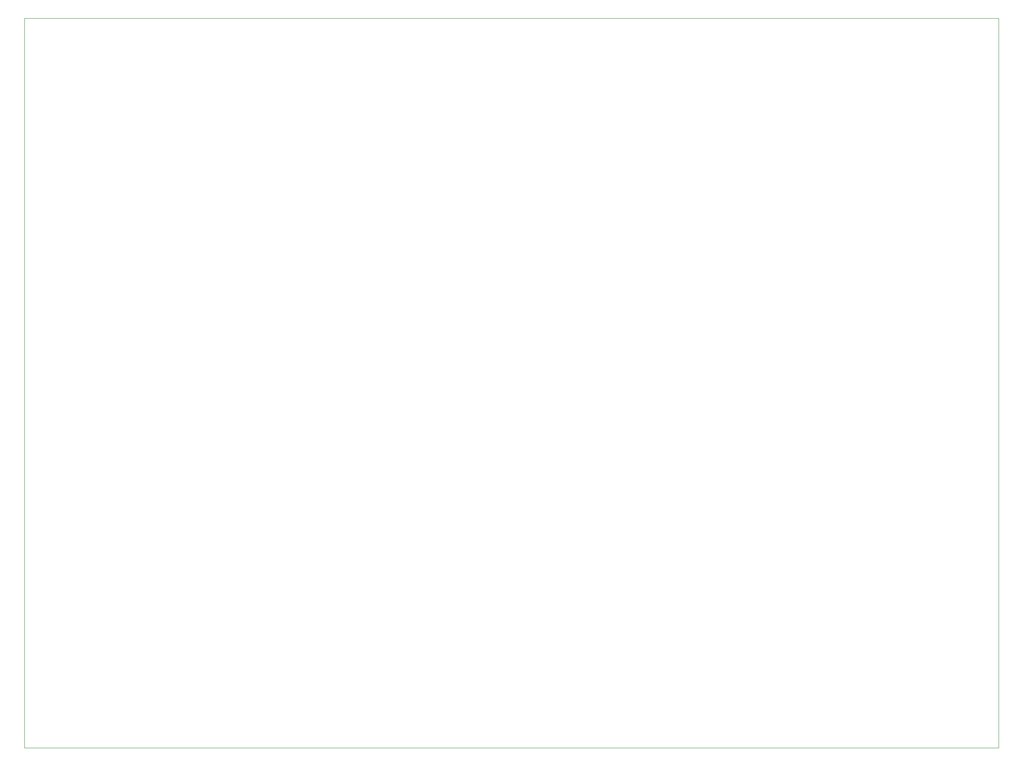
<source format=gbr>
%TF.GenerationSoftware,KiCad,Pcbnew,(5.1.10)-1*%
%TF.CreationDate,2021-08-27T16:10:25+02:00*%
%TF.ProjectId,LCD Bus Reader,4c434420-4275-4732-9052-65616465722e,rev?*%
%TF.SameCoordinates,Original*%
%TF.FileFunction,Profile,NP*%
%FSLAX46Y46*%
G04 Gerber Fmt 4.6, Leading zero omitted, Abs format (unit mm)*
G04 Created by KiCad (PCBNEW (5.1.10)-1) date 2021-08-27 16:10:25*
%MOMM*%
%LPD*%
G01*
G04 APERTURE LIST*
%TA.AperFunction,Profile*%
%ADD10C,0.050000*%
%TD*%
G04 APERTURE END LIST*
D10*
X245745000Y-163830000D02*
X245745000Y-14605000D01*
X46355000Y-163830000D02*
X245745000Y-163830000D01*
X46355000Y-14605000D02*
X46355000Y-163830000D01*
X245745000Y-14605000D02*
X46355000Y-14605000D01*
M02*

</source>
